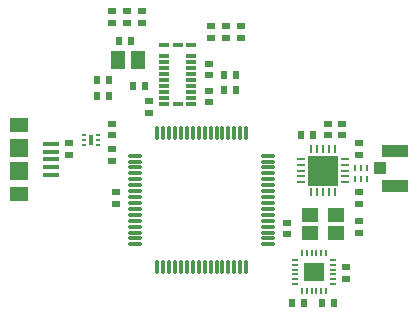
<source format=gtp>
%FSTAX23Y23*%
%MOIN*%
%SFA1B1*%

%IPPOS*%
%ADD15R,0.027559X0.023622*%
%ADD16R,0.023622X0.027559*%
%ADD17R,0.013780X0.007087*%
%ADD18R,0.011811X0.037008*%
%ADD19O,0.011811X0.051181*%
%ADD20O,0.051181X0.011811*%
%ADD21R,0.053150X0.015748*%
%ADD22R,0.061024X0.059055*%
%ADD23R,0.055118X0.047244*%
%ADD24R,0.009843X0.021654*%
%ADD25R,0.066929X0.060630*%
%ADD26O,0.007874X0.025591*%
%ADD27O,0.025591X0.007874*%
%ADD28O,0.027559X0.009843*%
%ADD29O,0.009843X0.027559*%
%ADD30R,0.102362X0.102362*%
%ADD31R,0.051181X0.059055*%
%ADD32R,0.035433X0.011811*%
%ADD33R,0.033465X0.011811*%
%ADD34R,0.041339X0.039370*%
%ADD35R,0.086614X0.041339*%
%ADD36R,0.061024X0.047244*%
%ADD37R,0.061024X0.047244*%
%LNcore_prototype_1-1*%
%LPD*%
G54D15*
X041Y03485D03*
Y03525D03*
X03785Y0293D03*
Y0297D03*
X03628Y03096D03*
Y03135D03*
X04594Y03134D03*
Y03095D03*
X04538Y03199D03*
Y0316D03*
X0449Y03199D03*
Y0316D03*
X0455Y0272D03*
Y0268D03*
X04594Y0293D03*
Y0297D03*
X03895Y03275D03*
Y03235D03*
X0377Y03535D03*
Y03575D03*
X0387Y03535D03*
Y03574D03*
X0382Y03535D03*
Y03574D03*
X0415Y03524D03*
Y03485D03*
X042Y03524D03*
Y03485D03*
X04095Y0327D03*
Y03309D03*
Y0336D03*
Y03399D03*
X04355Y0283D03*
Y02869D03*
X04594Y02874D03*
Y02835D03*
X0377Y0316D03*
Y03199D03*
Y03114D03*
Y03075D03*
G54D16*
X0437Y026D03*
X04409D03*
X044Y0316D03*
X04439D03*
X0384Y03325D03*
X0388D03*
X03759Y03345D03*
X0372D03*
X03759Y0329D03*
X0372D03*
X03834Y03475D03*
X03795D03*
X04145Y0331D03*
X04184D03*
X04145Y0336D03*
X04184D03*
X0447Y026D03*
X04509D03*
G54D17*
X03723Y03129D03*
Y03145D03*
Y0316D03*
X03676Y03129D03*
Y03145D03*
Y0316D03*
G54D18*
X037Y03145D03*
G54D19*
X03922Y03167D03*
X03942D03*
X03961D03*
X03981D03*
X04001D03*
X0402D03*
X0404D03*
X0406D03*
X04079D03*
X04099D03*
X04119D03*
X04138D03*
X04158D03*
X04178D03*
X04197D03*
X04217D03*
Y02722D03*
X04197D03*
X04178D03*
X04158D03*
X04138D03*
X04119D03*
X04099D03*
X04079D03*
X0406D03*
X0404D03*
X0402D03*
X04001D03*
X03981D03*
X03961D03*
X03942D03*
X03922D03*
G54D20*
X04292Y03092D03*
Y03072D03*
Y03053D03*
Y03033D03*
Y03013D03*
Y02994D03*
Y02974D03*
Y02954D03*
Y02935D03*
Y02915D03*
Y02895D03*
Y02876D03*
Y02856D03*
Y02836D03*
Y02817D03*
Y02797D03*
X03847D03*
Y02817D03*
Y02836D03*
Y02856D03*
Y02876D03*
Y02895D03*
Y02915D03*
Y02935D03*
Y02954D03*
Y02974D03*
Y02994D03*
Y03013D03*
Y03033D03*
Y03053D03*
Y03072D03*
Y03092D03*
G54D21*
X03568Y03131D03*
Y03105D03*
Y0308D03*
Y03054D03*
Y03028D03*
G54D22*
X03461Y03119D03*
Y0304D03*
G54D23*
X04517Y02896D03*
Y02833D03*
X04431Y02896D03*
Y02833D03*
G54D24*
X04619Y0305D03*
X04599D03*
X04579D03*
Y03016D03*
X04599D03*
X04619D03*
G54D25*
X04445Y02705D03*
G54D26*
X04405Y02767D03*
X04421D03*
X04437D03*
X04452D03*
X04468D03*
X04484D03*
Y02642D03*
X04468D03*
X04452D03*
X04437D03*
X04421D03*
X04405D03*
G54D27*
X04507Y02744D03*
Y02728D03*
Y02712D03*
Y02697D03*
Y02681D03*
Y02665D03*
X04382D03*
Y02681D03*
Y02697D03*
Y02712D03*
Y02728D03*
Y02744D03*
G54D28*
X04402Y03082D03*
Y03062D03*
Y03042D03*
Y03023D03*
Y03003D03*
X04547D03*
Y03023D03*
Y03042D03*
Y03062D03*
Y03082D03*
G54D29*
X04435Y0297D03*
X04455D03*
X04475D03*
X04494D03*
X04514D03*
Y03115D03*
X04494D03*
X04475D03*
X04455D03*
X04435D03*
G54D30*
X04475Y03042D03*
G54D31*
X03858Y0341D03*
X03791D03*
G54D32*
X04035Y03265D03*
Y03285D03*
Y03305D03*
Y03324D03*
Y03344D03*
Y03364D03*
Y03384D03*
Y03461D03*
Y03424D03*
Y03404D03*
X03944D03*
Y03424D03*
Y03461D03*
Y03384D03*
Y03364D03*
Y03344D03*
Y03324D03*
Y03305D03*
Y03285D03*
Y03265D03*
G54D33*
X03989Y03265D03*
Y03461D03*
G54D34*
X04664Y0305D03*
G54D35*
X04715Y02991D03*
Y03108D03*
G54D36*
X03461Y03194D03*
G54D37*
X03461Y02965D03*
M02*
</source>
